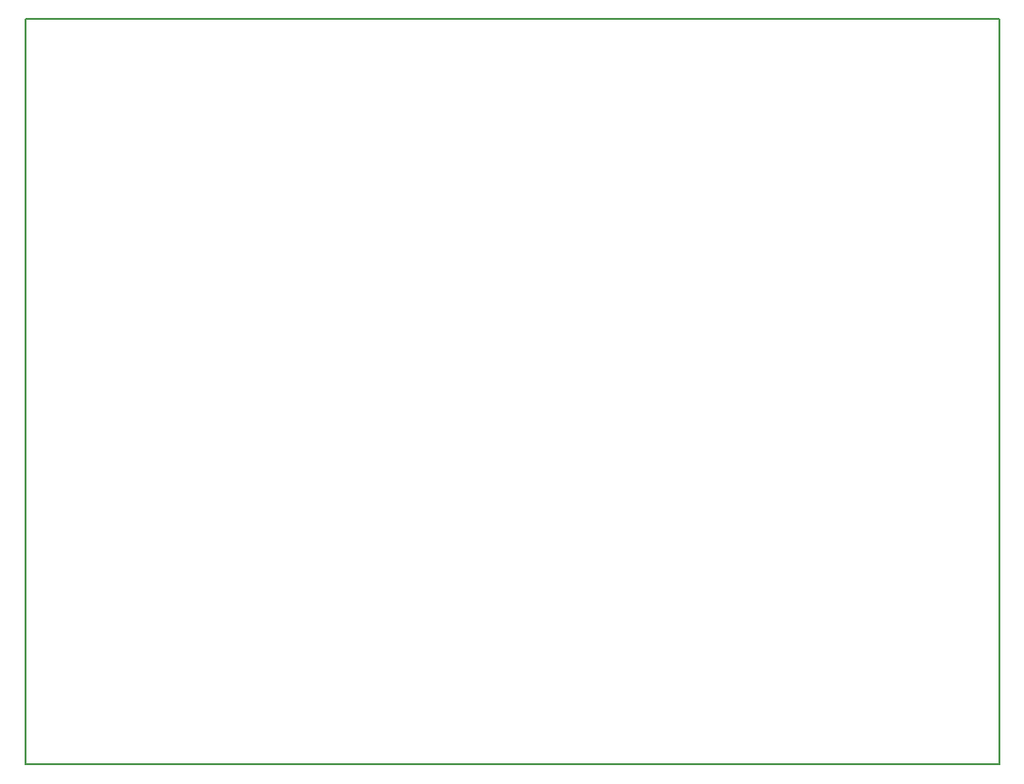
<source format=gbr>
%TF.GenerationSoftware,KiCad,Pcbnew,(5.1.10)-1*%
%TF.CreationDate,2021-12-03T15:52:50+05:30*%
%TF.ProjectId,Relay Board 2.0,52656c61-7920-4426-9f61-726420322e30,rev?*%
%TF.SameCoordinates,Original*%
%TF.FileFunction,OtherDrawing,Comment*%
%FSLAX46Y46*%
G04 Gerber Fmt 4.6, Leading zero omitted, Abs format (unit mm)*
G04 Created by KiCad (PCBNEW (5.1.10)-1) date 2021-12-03 15:52:50*
%MOMM*%
%LPD*%
G01*
G04 APERTURE LIST*
%ADD10C,0.150000*%
G04 APERTURE END LIST*
D10*
X101600000Y-116400000D02*
X101600000Y-49600000D01*
X188800000Y-116400000D02*
X101600000Y-116400000D01*
X188800000Y-49600000D02*
X188800000Y-116400000D01*
X101600000Y-49600000D02*
X188800000Y-49600000D01*
M02*

</source>
